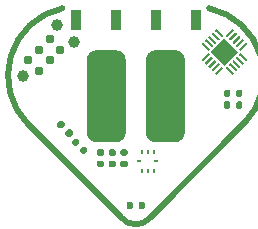
<source format=gbs>
G04 #@! TF.GenerationSoftware,KiCad,Pcbnew,8.0.9-8.0.9-0~ubuntu20.04.1*
G04 #@! TF.CreationDate,2025-12-30T18:39:49+00:00*
G04 #@! TF.ProjectId,nfc-pcb-tag,6e66632d-7063-4622-9d74-61672e6b6963,rev?*
G04 #@! TF.SameCoordinates,Original*
G04 #@! TF.FileFunction,Soldermask,Bot*
G04 #@! TF.FilePolarity,Negative*
%FSLAX46Y46*%
G04 Gerber Fmt 4.6, Leading zero omitted, Abs format (unit mm)*
G04 Created by KiCad (PCBNEW 8.0.9-8.0.9-0~ubuntu20.04.1) date 2025-12-30 18:39:49*
%MOMM*%
%LPD*%
G01*
G04 APERTURE LIST*
%ADD10C,0.550000*%
%ADD11R,0.250000X0.400000*%
%ADD12R,0.400000X0.250000*%
%ADD13C,0.990600*%
%ADD14C,0.787400*%
%ADD15R,0.900000X1.700000*%
G04 APERTURE END LIST*
D10*
X78700000Y-30300000D02*
G75*
G02*
X81618859Y-40118859I-1200000J-5700000D01*
G01*
X63388279Y-40111721D02*
X71250000Y-48000000D01*
X63381141Y-40118859D02*
G75*
G02*
X66300000Y-30300000I4118859J4118859D01*
G01*
X73750000Y-48000000D02*
G75*
G02*
X71250000Y-48000000I-1250000J1000000D01*
G01*
X81861721Y-39861721D02*
X73750000Y-48000000D01*
G36*
G01*
X81530000Y-38315000D02*
X81530000Y-38685000D01*
G75*
G02*
X81395000Y-38820000I-135000J0D01*
G01*
X81125000Y-38820000D01*
G75*
G02*
X80990000Y-38685000I0J135000D01*
G01*
X80990000Y-38315000D01*
G75*
G02*
X81125000Y-38180000I135000J0D01*
G01*
X81395000Y-38180000D01*
G75*
G02*
X81530000Y-38315000I0J-135000D01*
G01*
G37*
G36*
G01*
X80510000Y-38315000D02*
X80510000Y-38685000D01*
G75*
G02*
X80375000Y-38820000I-135000J0D01*
G01*
X80105000Y-38820000D01*
G75*
G02*
X79970000Y-38685000I0J135000D01*
G01*
X79970000Y-38315000D01*
G75*
G02*
X80105000Y-38180000I135000J0D01*
G01*
X80375000Y-38180000D01*
G75*
G02*
X80510000Y-38315000I0J-135000D01*
G01*
G37*
D11*
X73000000Y-42450000D03*
X73500000Y-42450000D03*
X74000000Y-42450000D03*
D12*
X74250000Y-43250000D03*
D11*
X74000000Y-44050000D03*
X73500000Y-44050000D03*
X73000000Y-44050000D03*
D12*
X72750000Y-43250000D03*
G36*
G01*
X81530000Y-37315000D02*
X81530000Y-37685000D01*
G75*
G02*
X81395000Y-37820000I-135000J0D01*
G01*
X81125000Y-37820000D01*
G75*
G02*
X80990000Y-37685000I0J135000D01*
G01*
X80990000Y-37315000D01*
G75*
G02*
X81125000Y-37180000I135000J0D01*
G01*
X81395000Y-37180000D01*
G75*
G02*
X81530000Y-37315000I0J-135000D01*
G01*
G37*
G36*
G01*
X80510000Y-37315000D02*
X80510000Y-37685000D01*
G75*
G02*
X80375000Y-37820000I-135000J0D01*
G01*
X80105000Y-37820000D01*
G75*
G02*
X79970000Y-37685000I0J135000D01*
G01*
X79970000Y-37315000D01*
G75*
G02*
X80105000Y-37180000I135000J0D01*
G01*
X80375000Y-37180000D01*
G75*
G02*
X80510000Y-37315000I0J-135000D01*
G01*
G37*
D13*
X62953949Y-36046051D03*
X65827631Y-31735528D03*
X67264472Y-33172369D03*
D14*
X63402962Y-34699013D03*
X64300987Y-35597038D03*
X64300987Y-33800987D03*
X65199013Y-34699013D03*
X65199013Y-32902962D03*
X66097038Y-33800987D03*
D15*
X70800000Y-31300000D03*
X67400000Y-31300000D03*
G36*
G01*
X80724784Y-32073135D02*
X80795494Y-32143845D01*
G75*
G02*
X80795494Y-32214555I-35355J-35355D01*
G01*
X80265164Y-32744885D01*
G75*
G02*
X80194454Y-32744885I-35355J35355D01*
G01*
X80123744Y-32674175D01*
G75*
G02*
X80123744Y-32603465I35355J35355D01*
G01*
X80654074Y-32073135D01*
G75*
G02*
X80724784Y-32073135I35355J-35355D01*
G01*
G37*
G36*
G01*
X81007627Y-32355977D02*
X81078337Y-32426687D01*
G75*
G02*
X81078337Y-32497397I-35355J-35355D01*
G01*
X80548007Y-33027727D01*
G75*
G02*
X80477297Y-33027727I-35355J35355D01*
G01*
X80406587Y-32957017D01*
G75*
G02*
X80406587Y-32886307I35355J35355D01*
G01*
X80936917Y-32355977D01*
G75*
G02*
X81007627Y-32355977I35355J-35355D01*
G01*
G37*
G36*
G01*
X81290470Y-32638820D02*
X81361180Y-32709530D01*
G75*
G02*
X81361180Y-32780240I-35355J-35355D01*
G01*
X80830850Y-33310570D01*
G75*
G02*
X80760140Y-33310570I-35355J35355D01*
G01*
X80689430Y-33239860D01*
G75*
G02*
X80689430Y-33169150I35355J35355D01*
G01*
X81219760Y-32638820D01*
G75*
G02*
X81290470Y-32638820I35355J-35355D01*
G01*
G37*
G36*
G01*
X81573313Y-32921663D02*
X81644023Y-32992373D01*
G75*
G02*
X81644023Y-33063083I-35355J-35355D01*
G01*
X81113693Y-33593413D01*
G75*
G02*
X81042983Y-33593413I-35355J35355D01*
G01*
X80972273Y-33522703D01*
G75*
G02*
X80972273Y-33451993I35355J35355D01*
G01*
X81502603Y-32921663D01*
G75*
G02*
X81573313Y-32921663I35355J-35355D01*
G01*
G37*
G36*
G01*
X81856155Y-33204506D02*
X81926865Y-33275216D01*
G75*
G02*
X81926865Y-33345926I-35355J-35355D01*
G01*
X81396535Y-33876256D01*
G75*
G02*
X81325825Y-33876256I-35355J35355D01*
G01*
X81255115Y-33805546D01*
G75*
G02*
X81255115Y-33734836I35355J35355D01*
G01*
X81785445Y-33204506D01*
G75*
G02*
X81856155Y-33204506I35355J-35355D01*
G01*
G37*
G36*
G01*
X81396535Y-34123744D02*
X81926865Y-34654074D01*
G75*
G02*
X81926865Y-34724784I-35355J-35355D01*
G01*
X81856155Y-34795494D01*
G75*
G02*
X81785445Y-34795494I-35355J35355D01*
G01*
X81255115Y-34265164D01*
G75*
G02*
X81255115Y-34194454I35355J35355D01*
G01*
X81325825Y-34123744D01*
G75*
G02*
X81396535Y-34123744I35355J-35355D01*
G01*
G37*
G36*
G01*
X81113693Y-34406587D02*
X81644023Y-34936917D01*
G75*
G02*
X81644023Y-35007627I-35355J-35355D01*
G01*
X81573313Y-35078337D01*
G75*
G02*
X81502603Y-35078337I-35355J35355D01*
G01*
X80972273Y-34548007D01*
G75*
G02*
X80972273Y-34477297I35355J35355D01*
G01*
X81042983Y-34406587D01*
G75*
G02*
X81113693Y-34406587I35355J-35355D01*
G01*
G37*
G36*
G01*
X80830850Y-34689430D02*
X81361180Y-35219760D01*
G75*
G02*
X81361180Y-35290470I-35355J-35355D01*
G01*
X81290470Y-35361180D01*
G75*
G02*
X81219760Y-35361180I-35355J35355D01*
G01*
X80689430Y-34830850D01*
G75*
G02*
X80689430Y-34760140I35355J35355D01*
G01*
X80760140Y-34689430D01*
G75*
G02*
X80830850Y-34689430I35355J-35355D01*
G01*
G37*
G36*
G01*
X80548007Y-34972273D02*
X81078337Y-35502603D01*
G75*
G02*
X81078337Y-35573313I-35355J-35355D01*
G01*
X81007627Y-35644023D01*
G75*
G02*
X80936917Y-35644023I-35355J35355D01*
G01*
X80406587Y-35113693D01*
G75*
G02*
X80406587Y-35042983I35355J35355D01*
G01*
X80477297Y-34972273D01*
G75*
G02*
X80548007Y-34972273I35355J-35355D01*
G01*
G37*
G36*
G01*
X80265164Y-35255115D02*
X80795494Y-35785445D01*
G75*
G02*
X80795494Y-35856155I-35355J-35355D01*
G01*
X80724784Y-35926865D01*
G75*
G02*
X80654074Y-35926865I-35355J35355D01*
G01*
X80123744Y-35396535D01*
G75*
G02*
X80123744Y-35325825I35355J35355D01*
G01*
X80194454Y-35255115D01*
G75*
G02*
X80265164Y-35255115I35355J-35355D01*
G01*
G37*
G36*
G01*
X79805546Y-35255115D02*
X79876256Y-35325825D01*
G75*
G02*
X79876256Y-35396535I-35355J-35355D01*
G01*
X79345926Y-35926865D01*
G75*
G02*
X79275216Y-35926865I-35355J35355D01*
G01*
X79204506Y-35856155D01*
G75*
G02*
X79204506Y-35785445I35355J35355D01*
G01*
X79734836Y-35255115D01*
G75*
G02*
X79805546Y-35255115I35355J-35355D01*
G01*
G37*
G36*
G01*
X79522703Y-34972273D02*
X79593413Y-35042983D01*
G75*
G02*
X79593413Y-35113693I-35355J-35355D01*
G01*
X79063083Y-35644023D01*
G75*
G02*
X78992373Y-35644023I-35355J35355D01*
G01*
X78921663Y-35573313D01*
G75*
G02*
X78921663Y-35502603I35355J35355D01*
G01*
X79451993Y-34972273D01*
G75*
G02*
X79522703Y-34972273I35355J-35355D01*
G01*
G37*
G36*
G01*
X79239860Y-34689430D02*
X79310570Y-34760140D01*
G75*
G02*
X79310570Y-34830850I-35355J-35355D01*
G01*
X78780240Y-35361180D01*
G75*
G02*
X78709530Y-35361180I-35355J35355D01*
G01*
X78638820Y-35290470D01*
G75*
G02*
X78638820Y-35219760I35355J35355D01*
G01*
X79169150Y-34689430D01*
G75*
G02*
X79239860Y-34689430I35355J-35355D01*
G01*
G37*
G36*
G01*
X78957017Y-34406587D02*
X79027727Y-34477297D01*
G75*
G02*
X79027727Y-34548007I-35355J-35355D01*
G01*
X78497397Y-35078337D01*
G75*
G02*
X78426687Y-35078337I-35355J35355D01*
G01*
X78355977Y-35007627D01*
G75*
G02*
X78355977Y-34936917I35355J35355D01*
G01*
X78886307Y-34406587D01*
G75*
G02*
X78957017Y-34406587I35355J-35355D01*
G01*
G37*
G36*
G01*
X78674175Y-34123744D02*
X78744885Y-34194454D01*
G75*
G02*
X78744885Y-34265164I-35355J-35355D01*
G01*
X78214555Y-34795494D01*
G75*
G02*
X78143845Y-34795494I-35355J35355D01*
G01*
X78073135Y-34724784D01*
G75*
G02*
X78073135Y-34654074I35355J35355D01*
G01*
X78603465Y-34123744D01*
G75*
G02*
X78674175Y-34123744I35355J-35355D01*
G01*
G37*
G36*
G01*
X78214555Y-33204506D02*
X78744885Y-33734836D01*
G75*
G02*
X78744885Y-33805546I-35355J-35355D01*
G01*
X78674175Y-33876256D01*
G75*
G02*
X78603465Y-33876256I-35355J35355D01*
G01*
X78073135Y-33345926D01*
G75*
G02*
X78073135Y-33275216I35355J35355D01*
G01*
X78143845Y-33204506D01*
G75*
G02*
X78214555Y-33204506I35355J-35355D01*
G01*
G37*
G36*
G01*
X78497397Y-32921663D02*
X79027727Y-33451993D01*
G75*
G02*
X79027727Y-33522703I-35355J-35355D01*
G01*
X78957017Y-33593413D01*
G75*
G02*
X78886307Y-33593413I-35355J35355D01*
G01*
X78355977Y-33063083D01*
G75*
G02*
X78355977Y-32992373I35355J35355D01*
G01*
X78426687Y-32921663D01*
G75*
G02*
X78497397Y-32921663I35355J-35355D01*
G01*
G37*
G36*
G01*
X78780240Y-32638820D02*
X79310570Y-33169150D01*
G75*
G02*
X79310570Y-33239860I-35355J-35355D01*
G01*
X79239860Y-33310570D01*
G75*
G02*
X79169150Y-33310570I-35355J35355D01*
G01*
X78638820Y-32780240D01*
G75*
G02*
X78638820Y-32709530I35355J35355D01*
G01*
X78709530Y-32638820D01*
G75*
G02*
X78780240Y-32638820I35355J-35355D01*
G01*
G37*
G36*
G01*
X79063083Y-32355977D02*
X79593413Y-32886307D01*
G75*
G02*
X79593413Y-32957017I-35355J-35355D01*
G01*
X79522703Y-33027727D01*
G75*
G02*
X79451993Y-33027727I-35355J35355D01*
G01*
X78921663Y-32497397D01*
G75*
G02*
X78921663Y-32426687I35355J35355D01*
G01*
X78992373Y-32355977D01*
G75*
G02*
X79063083Y-32355977I35355J-35355D01*
G01*
G37*
G36*
G01*
X79345926Y-32073135D02*
X79876256Y-32603465D01*
G75*
G02*
X79876256Y-32674175I-35355J-35355D01*
G01*
X79805546Y-32744885D01*
G75*
G02*
X79734836Y-32744885I-35355J35355D01*
G01*
X79204506Y-32214555D01*
G75*
G02*
X79204506Y-32143845I35355J35355D01*
G01*
X79275216Y-32073135D01*
G75*
G02*
X79345926Y-32073135I35355J-35355D01*
G01*
G37*
G36*
X80000000Y-32833274D02*
G01*
X81166726Y-34000000D01*
X80000000Y-35166726D01*
X78833274Y-34000000D01*
X80000000Y-32833274D01*
G37*
G36*
G01*
X67157609Y-40917193D02*
X66917193Y-41157609D01*
G75*
G02*
X66719203Y-41157609I-98995J98995D01*
G01*
X66521213Y-40959619D01*
G75*
G02*
X66521213Y-40761629I98995J98995D01*
G01*
X66761629Y-40521213D01*
G75*
G02*
X66959619Y-40521213I98995J-98995D01*
G01*
X67157609Y-40719203D01*
G75*
G02*
X67157609Y-40917193I-98995J-98995D01*
G01*
G37*
G36*
G01*
X66478787Y-40238371D02*
X66238371Y-40478787D01*
G75*
G02*
X66040381Y-40478787I-98995J98995D01*
G01*
X65842391Y-40280797D01*
G75*
G02*
X65842391Y-40082807I98995J98995D01*
G01*
X66082807Y-39842391D01*
G75*
G02*
X66280797Y-39842391I98995J-98995D01*
G01*
X66478787Y-40040381D01*
G75*
G02*
X66478787Y-40238371I-98995J-98995D01*
G01*
G37*
G36*
G01*
X68407609Y-42417193D02*
X68167193Y-42657609D01*
G75*
G02*
X67969203Y-42657609I-98995J98995D01*
G01*
X67771213Y-42459619D01*
G75*
G02*
X67771213Y-42261629I98995J98995D01*
G01*
X68011629Y-42021213D01*
G75*
G02*
X68209619Y-42021213I98995J-98995D01*
G01*
X68407609Y-42219203D01*
G75*
G02*
X68407609Y-42417193I-98995J-98995D01*
G01*
G37*
G36*
G01*
X67728787Y-41738371D02*
X67488371Y-41978787D01*
G75*
G02*
X67290381Y-41978787I-98995J98995D01*
G01*
X67092391Y-41780797D01*
G75*
G02*
X67092391Y-41582807I98995J98995D01*
G01*
X67332807Y-41342391D01*
G75*
G02*
X67530797Y-41342391I98995J-98995D01*
G01*
X67728787Y-41540381D01*
G75*
G02*
X67728787Y-41738371I-98995J-98995D01*
G01*
G37*
X77600000Y-31300000D03*
X74200000Y-31300000D03*
G36*
G01*
X73280000Y-46815000D02*
X73280000Y-47185000D01*
G75*
G02*
X73145000Y-47320000I-135000J0D01*
G01*
X72875000Y-47320000D01*
G75*
G02*
X72740000Y-47185000I0J135000D01*
G01*
X72740000Y-46815000D01*
G75*
G02*
X72875000Y-46680000I135000J0D01*
G01*
X73145000Y-46680000D01*
G75*
G02*
X73280000Y-46815000I0J-135000D01*
G01*
G37*
G36*
G01*
X72260000Y-46815000D02*
X72260000Y-47185000D01*
G75*
G02*
X72125000Y-47320000I-135000J0D01*
G01*
X71855000Y-47320000D01*
G75*
G02*
X71720000Y-47185000I0J135000D01*
G01*
X71720000Y-46815000D01*
G75*
G02*
X71855000Y-46680000I135000J0D01*
G01*
X72125000Y-46680000D01*
G75*
G02*
X72260000Y-46815000I0J-135000D01*
G01*
G37*
G36*
G01*
X70330000Y-42240000D02*
X70670000Y-42240000D01*
G75*
G02*
X70810000Y-42380000I0J-140000D01*
G01*
X70810000Y-42660000D01*
G75*
G02*
X70670000Y-42800000I-140000J0D01*
G01*
X70330000Y-42800000D01*
G75*
G02*
X70190000Y-42660000I0J140000D01*
G01*
X70190000Y-42380000D01*
G75*
G02*
X70330000Y-42240000I140000J0D01*
G01*
G37*
G36*
G01*
X70330000Y-43200000D02*
X70670000Y-43200000D01*
G75*
G02*
X70810000Y-43340000I0J-140000D01*
G01*
X70810000Y-43620000D01*
G75*
G02*
X70670000Y-43760000I-140000J0D01*
G01*
X70330000Y-43760000D01*
G75*
G02*
X70190000Y-43620000I0J140000D01*
G01*
X70190000Y-43340000D01*
G75*
G02*
X70330000Y-43200000I140000J0D01*
G01*
G37*
G36*
G01*
X71670000Y-43760000D02*
X71330000Y-43760000D01*
G75*
G02*
X71190000Y-43620000I0J140000D01*
G01*
X71190000Y-43340000D01*
G75*
G02*
X71330000Y-43200000I140000J0D01*
G01*
X71670000Y-43200000D01*
G75*
G02*
X71810000Y-43340000I0J-140000D01*
G01*
X71810000Y-43620000D01*
G75*
G02*
X71670000Y-43760000I-140000J0D01*
G01*
G37*
G36*
G01*
X71670000Y-42800000D02*
X71330000Y-42800000D01*
G75*
G02*
X71190000Y-42660000I0J140000D01*
G01*
X71190000Y-42380000D01*
G75*
G02*
X71330000Y-42240000I140000J0D01*
G01*
X71670000Y-42240000D01*
G75*
G02*
X71810000Y-42380000I0J-140000D01*
G01*
X71810000Y-42660000D01*
G75*
G02*
X71670000Y-42800000I-140000J0D01*
G01*
G37*
G36*
G01*
X69670000Y-43760000D02*
X69330000Y-43760000D01*
G75*
G02*
X69190000Y-43620000I0J140000D01*
G01*
X69190000Y-43340000D01*
G75*
G02*
X69330000Y-43200000I140000J0D01*
G01*
X69670000Y-43200000D01*
G75*
G02*
X69810000Y-43340000I0J-140000D01*
G01*
X69810000Y-43620000D01*
G75*
G02*
X69670000Y-43760000I-140000J0D01*
G01*
G37*
G36*
G01*
X69670000Y-42800000D02*
X69330000Y-42800000D01*
G75*
G02*
X69190000Y-42660000I0J140000D01*
G01*
X69190000Y-42380000D01*
G75*
G02*
X69330000Y-42240000I140000J0D01*
G01*
X69670000Y-42240000D01*
G75*
G02*
X69810000Y-42380000I0J-140000D01*
G01*
X69810000Y-42660000D01*
G75*
G02*
X69670000Y-42800000I-140000J0D01*
G01*
G37*
G36*
G01*
X71650000Y-34675000D02*
X71650000Y-40825000D01*
G75*
G02*
X70825000Y-41650000I-825000J0D01*
G01*
X69175000Y-41650000D01*
G75*
G02*
X68350000Y-40825000I0J825000D01*
G01*
X68350000Y-34675000D01*
G75*
G02*
X69175000Y-33850000I825000J0D01*
G01*
X70825000Y-33850000D01*
G75*
G02*
X71650000Y-34675000I0J-825000D01*
G01*
G37*
G36*
G01*
X76650000Y-34675000D02*
X76650000Y-40825000D01*
G75*
G02*
X75825000Y-41650000I-825000J0D01*
G01*
X74175000Y-41650000D01*
G75*
G02*
X73350000Y-40825000I0J825000D01*
G01*
X73350000Y-34675000D01*
G75*
G02*
X74175000Y-33850000I825000J0D01*
G01*
X75825000Y-33850000D01*
G75*
G02*
X76650000Y-34675000I0J-825000D01*
G01*
G37*
M02*

</source>
